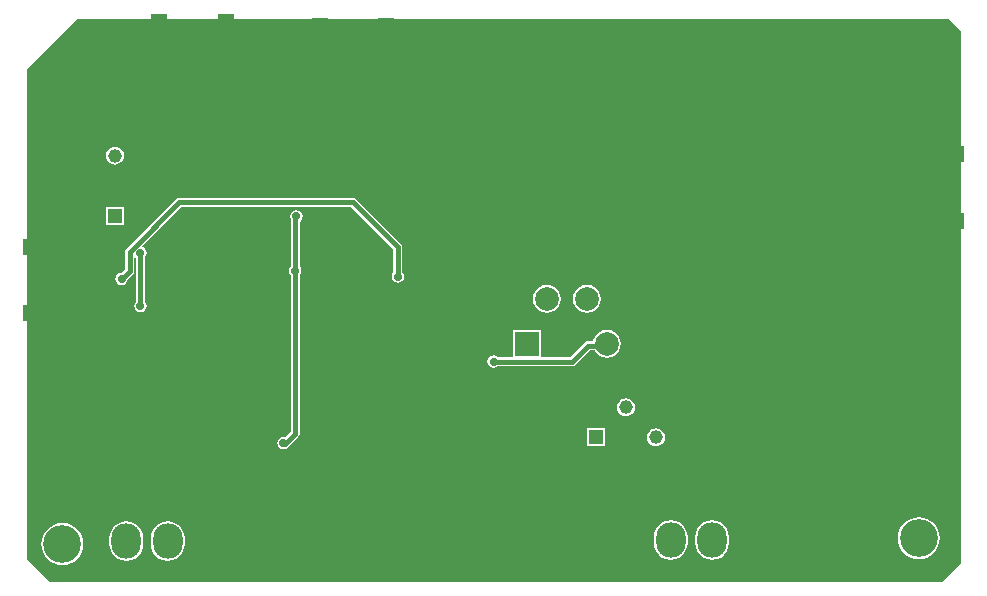
<source format=gbl>
G04*
G04 #@! TF.GenerationSoftware,Altium Limited,Altium Designer,21.6.1 (37)*
G04*
G04 Layer_Physical_Order=2*
G04 Layer_Color=16711680*
%FSLAX44Y44*%
%MOMM*%
G71*
G04*
G04 #@! TF.SameCoordinates,4932F9C6-11AC-4B27-AC6D-AAE507F42B56*
G04*
G04*
G04 #@! TF.FilePolarity,Positive*
G04*
G01*
G75*
%ADD24R,4.2000X1.3500*%
%ADD37R,1.3500X4.2000*%
%ADD70C,0.4000*%
%ADD71C,3.2000*%
%ADD72O,2.5000X3.0000*%
%ADD73R,2.0100X2.0100*%
%ADD74C,2.0100*%
%ADD75C,4.8660*%
%ADD76R,1.1680X1.1680*%
%ADD77C,1.1680*%
%ADD78R,1.1680X1.1680*%
%ADD79C,0.7000*%
G36*
X897451Y360944D02*
Y-89944D01*
X881944Y-105451D01*
X126056D01*
X106549Y-85944D01*
Y328944D01*
X149056Y371451D01*
X886944D01*
X897451Y360944D01*
D02*
G37*
%LPC*%
G36*
X181400Y263005D02*
X179432Y262746D01*
X177598Y261986D01*
X176022Y260778D01*
X174814Y259202D01*
X174054Y257368D01*
X173795Y255400D01*
X174054Y253432D01*
X174814Y251597D01*
X176022Y250022D01*
X177598Y248814D01*
X179432Y248054D01*
X181400Y247795D01*
X183368Y248054D01*
X185203Y248814D01*
X186778Y250022D01*
X187986Y251597D01*
X188746Y253432D01*
X189005Y255400D01*
X188746Y257368D01*
X187986Y259202D01*
X186778Y260778D01*
X185203Y261986D01*
X183368Y262746D01*
X181400Y263005D01*
D02*
G37*
G36*
X188940Y212140D02*
X173860D01*
Y197060D01*
X188940D01*
Y212140D01*
D02*
G37*
G36*
X383000Y219772D02*
X383000Y219772D01*
X235818D01*
X234374Y219485D01*
X233150Y218668D01*
X233150Y218668D01*
X191128Y176646D01*
X190310Y175422D01*
X190023Y173978D01*
X190023Y173978D01*
Y159359D01*
X186959Y156294D01*
X184971Y155898D01*
X183251Y154749D01*
X182102Y153029D01*
X181698Y151000D01*
X182102Y148971D01*
X183251Y147251D01*
X184971Y146102D01*
X187000Y145698D01*
X189029Y146102D01*
X190749Y147251D01*
X191898Y148971D01*
X192294Y150958D01*
X196463Y155128D01*
X197281Y156352D01*
X197568Y157796D01*
Y168431D01*
X198838Y169009D01*
X199228Y168670D01*
Y131714D01*
X198102Y130029D01*
X197698Y128000D01*
X198102Y125971D01*
X199251Y124251D01*
X200971Y123102D01*
X203000Y122698D01*
X205029Y123102D01*
X206749Y124251D01*
X207898Y125971D01*
X208302Y128000D01*
X207898Y130029D01*
X206772Y131714D01*
Y169286D01*
X207898Y170971D01*
X208302Y173000D01*
X207898Y175029D01*
X206749Y176749D01*
X205029Y177898D01*
X204700Y177964D01*
X204332Y179179D01*
X237380Y212227D01*
X381437D01*
X417228Y176437D01*
Y156714D01*
X416102Y155029D01*
X415698Y153000D01*
X416102Y150971D01*
X417251Y149251D01*
X418971Y148102D01*
X421000Y147698D01*
X423029Y148102D01*
X424749Y149251D01*
X425898Y150971D01*
X426302Y153000D01*
X425898Y155029D01*
X424772Y156714D01*
Y178000D01*
X424772Y178000D01*
X424485Y179444D01*
X423668Y180668D01*
X423667Y180668D01*
X385668Y218668D01*
X384444Y219485D01*
X383000Y219772D01*
D02*
G37*
G36*
X581000Y145921D02*
X577933Y145518D01*
X575074Y144334D01*
X572620Y142450D01*
X570736Y139996D01*
X569552Y137137D01*
X569149Y134070D01*
X569552Y131003D01*
X570736Y128144D01*
X572620Y125690D01*
X575074Y123806D01*
X577933Y122622D01*
X581000Y122219D01*
X584067Y122622D01*
X586926Y123806D01*
X589380Y125690D01*
X591264Y128144D01*
X592448Y131003D01*
X592851Y134070D01*
X592448Y137137D01*
X591264Y139996D01*
X589380Y142450D01*
X586926Y144334D01*
X584067Y145518D01*
X581000Y145921D01*
D02*
G37*
G36*
X547000D02*
X543933Y145518D01*
X541074Y144334D01*
X538620Y142450D01*
X536736Y139996D01*
X535552Y137137D01*
X535149Y134070D01*
X535552Y131003D01*
X536736Y128144D01*
X538620Y125690D01*
X541074Y123806D01*
X543933Y122622D01*
X547000Y122219D01*
X550067Y122622D01*
X552926Y123806D01*
X555380Y125690D01*
X557264Y128144D01*
X558447Y131003D01*
X558851Y134070D01*
X558447Y137137D01*
X557264Y139996D01*
X555380Y142450D01*
X552926Y144334D01*
X550067Y145518D01*
X547000Y145921D01*
D02*
G37*
G36*
X598000Y107921D02*
X594933Y107517D01*
X592074Y106334D01*
X589620Y104450D01*
X587736Y101996D01*
X586552Y99137D01*
X586448Y98347D01*
X581950D01*
X581950Y98347D01*
X580506Y98060D01*
X579282Y97242D01*
X579282Y97242D01*
X566813Y84773D01*
X541750D01*
Y107820D01*
X518250D01*
Y84773D01*
X505714D01*
X504029Y85898D01*
X502000Y86302D01*
X499971Y85898D01*
X498251Y84749D01*
X497102Y83029D01*
X496698Y81000D01*
X497102Y78971D01*
X498251Y77251D01*
X499971Y76102D01*
X502000Y75698D01*
X504029Y76102D01*
X505714Y77228D01*
X568375D01*
X568375Y77228D01*
X569819Y77515D01*
X571043Y78332D01*
X583513Y90802D01*
X587464D01*
X587736Y90144D01*
X589620Y87690D01*
X592074Y85806D01*
X594933Y84622D01*
X598000Y84219D01*
X601067Y84622D01*
X603926Y85806D01*
X606380Y87690D01*
X608264Y90144D01*
X609448Y93003D01*
X609851Y96070D01*
X609448Y99137D01*
X608264Y101996D01*
X606380Y104450D01*
X603926Y106334D01*
X601067Y107517D01*
X598000Y107921D01*
D02*
G37*
G36*
X614000Y50005D02*
X612032Y49746D01*
X610197Y48986D01*
X608622Y47778D01*
X607414Y46203D01*
X606654Y44368D01*
X606395Y42400D01*
X606654Y40432D01*
X607414Y38598D01*
X608622Y37022D01*
X610197Y35814D01*
X612032Y35054D01*
X614000Y34795D01*
X615968Y35054D01*
X617803Y35814D01*
X619378Y37022D01*
X620586Y38598D01*
X621346Y40432D01*
X621605Y42400D01*
X621346Y44368D01*
X620586Y46203D01*
X619378Y47778D01*
X617803Y48986D01*
X615968Y49746D01*
X614000Y50005D01*
D02*
G37*
G36*
X335000Y209302D02*
X332971Y208898D01*
X331251Y207749D01*
X330102Y206029D01*
X329698Y204000D01*
X330102Y201971D01*
X330228Y201783D01*
Y161714D01*
X329102Y160029D01*
X328698Y158000D01*
X329102Y155971D01*
X330228Y154286D01*
Y21563D01*
X325640Y16976D01*
X324000Y17302D01*
X321971Y16898D01*
X320251Y15749D01*
X319102Y14029D01*
X318698Y12000D01*
X319102Y9971D01*
X320251Y8251D01*
X321971Y7102D01*
X324000Y6698D01*
X326029Y7102D01*
X327749Y8251D01*
X328077Y8742D01*
X336667Y17332D01*
X336668Y17332D01*
X337485Y18556D01*
X337772Y20000D01*
Y154286D01*
X338898Y155971D01*
X339302Y158000D01*
X338898Y160029D01*
X337772Y161714D01*
Y199599D01*
X338749Y200251D01*
X339898Y201971D01*
X340302Y204000D01*
X339898Y206029D01*
X338749Y207749D01*
X337029Y208898D01*
X335000Y209302D01*
D02*
G37*
G36*
X596140Y24540D02*
X581060D01*
Y9460D01*
X596140D01*
Y24540D01*
D02*
G37*
G36*
X639400Y24605D02*
X637432Y24346D01*
X635597Y23586D01*
X634022Y22378D01*
X632814Y20803D01*
X632054Y18968D01*
X631795Y17000D01*
X632054Y15032D01*
X632814Y13197D01*
X634022Y11622D01*
X635597Y10414D01*
X637432Y9654D01*
X639400Y9395D01*
X641368Y9654D01*
X643203Y10414D01*
X644778Y11622D01*
X645986Y13197D01*
X646746Y15032D01*
X647005Y17000D01*
X646746Y18968D01*
X645986Y20803D01*
X644778Y22378D01*
X643203Y23586D01*
X641368Y24346D01*
X639400Y24605D01*
D02*
G37*
G36*
X862000Y-50714D02*
X858530Y-51056D01*
X855194Y-52068D01*
X852119Y-53712D01*
X849424Y-55924D01*
X847212Y-58619D01*
X845568Y-61694D01*
X844556Y-65030D01*
X844214Y-68500D01*
X844556Y-71970D01*
X845568Y-75306D01*
X847212Y-78381D01*
X849424Y-81076D01*
X852119Y-83288D01*
X855194Y-84932D01*
X858530Y-85944D01*
X862000Y-86286D01*
X865470Y-85944D01*
X868806Y-84932D01*
X871881Y-83288D01*
X874576Y-81076D01*
X876788Y-78381D01*
X878432Y-75306D01*
X879444Y-71970D01*
X879786Y-68500D01*
X879444Y-65030D01*
X878432Y-61694D01*
X876788Y-58619D01*
X874576Y-55924D01*
X871881Y-53712D01*
X868806Y-52068D01*
X865470Y-51056D01*
X862000Y-50714D01*
D02*
G37*
G36*
X687000Y-53177D02*
X683293Y-53665D01*
X679839Y-55096D01*
X676872Y-57372D01*
X674596Y-60339D01*
X673166Y-63793D01*
X672678Y-67500D01*
Y-72500D01*
X673166Y-76207D01*
X674596Y-79661D01*
X676872Y-82628D01*
X679839Y-84904D01*
X683293Y-86334D01*
X687000Y-86823D01*
X690707Y-86334D01*
X694161Y-84904D01*
X697128Y-82628D01*
X699404Y-79661D01*
X700835Y-76207D01*
X701322Y-72500D01*
Y-67500D01*
X700835Y-63793D01*
X699404Y-60339D01*
X697128Y-57372D01*
X694161Y-55096D01*
X690707Y-53665D01*
X687000Y-53177D01*
D02*
G37*
G36*
X652000D02*
X648293Y-53665D01*
X644839Y-55096D01*
X641872Y-57372D01*
X639596Y-60339D01*
X638166Y-63793D01*
X637677Y-67500D01*
Y-72500D01*
X638166Y-76207D01*
X639596Y-79661D01*
X641872Y-82628D01*
X644839Y-84904D01*
X648293Y-86334D01*
X652000Y-86823D01*
X655707Y-86334D01*
X659161Y-84904D01*
X662128Y-82628D01*
X664404Y-79661D01*
X665835Y-76207D01*
X666322Y-72500D01*
Y-67500D01*
X665835Y-63793D01*
X664404Y-60339D01*
X662128Y-57372D01*
X659161Y-55096D01*
X655707Y-53665D01*
X652000Y-53177D01*
D02*
G37*
G36*
X226000Y-54177D02*
X222293Y-54665D01*
X218839Y-56096D01*
X215872Y-58373D01*
X213596Y-61339D01*
X212166Y-64793D01*
X211677Y-68500D01*
Y-73500D01*
X212166Y-77207D01*
X213596Y-80661D01*
X215872Y-83628D01*
X218839Y-85904D01*
X222293Y-87334D01*
X226000Y-87823D01*
X229707Y-87334D01*
X233161Y-85904D01*
X236128Y-83628D01*
X238404Y-80661D01*
X239834Y-77207D01*
X240322Y-73500D01*
Y-68500D01*
X239834Y-64793D01*
X238404Y-61339D01*
X236128Y-58373D01*
X233161Y-56096D01*
X229707Y-54665D01*
X226000Y-54177D01*
D02*
G37*
G36*
X191000D02*
X187293Y-54665D01*
X183839Y-56096D01*
X180872Y-58373D01*
X178596Y-61339D01*
X177166Y-64793D01*
X176677Y-68500D01*
Y-73500D01*
X177166Y-77207D01*
X178596Y-80661D01*
X180872Y-83628D01*
X183839Y-85904D01*
X187293Y-87334D01*
X191000Y-87823D01*
X194707Y-87334D01*
X198161Y-85904D01*
X201128Y-83628D01*
X203404Y-80661D01*
X204834Y-77207D01*
X205322Y-73500D01*
Y-68500D01*
X204834Y-64793D01*
X203404Y-61339D01*
X201128Y-58373D01*
X198161Y-56096D01*
X194707Y-54665D01*
X191000Y-54177D01*
D02*
G37*
G36*
X137000Y-55714D02*
X133530Y-56056D01*
X130194Y-57068D01*
X127119Y-58712D01*
X124424Y-60924D01*
X122212Y-63619D01*
X120568Y-66694D01*
X119556Y-70030D01*
X119214Y-73500D01*
X119556Y-76970D01*
X120568Y-80306D01*
X122212Y-83381D01*
X124424Y-86076D01*
X127119Y-88288D01*
X130194Y-89932D01*
X133530Y-90944D01*
X137000Y-91286D01*
X140470Y-90944D01*
X143806Y-89932D01*
X146881Y-88288D01*
X149576Y-86076D01*
X151788Y-83381D01*
X153432Y-80306D01*
X154444Y-76970D01*
X154786Y-73500D01*
X154444Y-70030D01*
X153432Y-66694D01*
X151788Y-63619D01*
X149576Y-60924D01*
X146881Y-58712D01*
X143806Y-57068D01*
X140470Y-56056D01*
X137000Y-55714D01*
D02*
G37*
%LPD*%
D24*
X879000Y256500D02*
D03*
Y200000D02*
D03*
X125000Y178250D02*
D03*
Y121750D02*
D03*
D37*
X411250Y351000D02*
D03*
X354750D02*
D03*
X275250Y354000D02*
D03*
X218750D02*
D03*
D70*
X357750Y352250D02*
X412250D01*
X218750D02*
X276000D01*
X277000Y302250D02*
X339750D01*
X167000Y179250D02*
Y265000D01*
X148000Y127000D02*
Y178250D01*
X146000Y122000D02*
X166000D01*
X145000D02*
X146000D01*
X142000Y121000D02*
X148000Y127000D01*
X325000Y11000D02*
X334000Y20000D01*
X597575Y94574D02*
X599000Y96000D01*
X502000Y81000D02*
X568375D01*
X581950Y94574D01*
X597575D01*
X421000Y153000D02*
Y178000D01*
X383000Y216000D02*
X421000Y178000D01*
X235818Y216000D02*
X383000D01*
X193796Y173978D02*
X235818Y216000D01*
X193796Y157796D02*
Y173978D01*
X187000Y151000D02*
X193796Y157796D01*
X206750Y304750D02*
X219750D01*
X166000Y122000D02*
X233000Y55000D01*
X167000Y265000D02*
X206750Y304750D01*
X233000Y55000D02*
X265000D01*
X276000Y354000D02*
X277000Y353000D01*
X412000Y352000D02*
X412250Y352250D01*
X334000Y20000D02*
Y158000D01*
Y203000D02*
X335000Y204000D01*
X334000Y158000D02*
Y203000D01*
X203000Y128000D02*
Y173000D01*
D71*
X873000Y347500D02*
D03*
X862000Y-68500D02*
D03*
X137000Y-73500D02*
D03*
X148000Y335000D02*
D03*
D72*
X261000Y-71000D02*
D03*
X226000D02*
D03*
X191000D02*
D03*
X617000Y-70000D02*
D03*
X652000D02*
D03*
X687000D02*
D03*
D73*
X530000Y96070D02*
D03*
D74*
X547000Y134070D02*
D03*
X564000Y96070D02*
D03*
X581000Y134070D02*
D03*
X598000Y96070D02*
D03*
D75*
X564000Y283070D02*
D03*
D76*
X588600Y17000D02*
D03*
D77*
X639400D02*
D03*
X614000Y42400D02*
D03*
X181400Y255400D02*
D03*
X156000Y230000D02*
D03*
D78*
X181400Y204600D02*
D03*
D79*
X324000Y12000D02*
D03*
X866000Y306000D02*
D03*
X886000Y266000D02*
D03*
Y186000D02*
D03*
X866000Y146000D02*
D03*
X886000Y106000D02*
D03*
X866000Y66000D02*
D03*
X886000Y26000D02*
D03*
X866000Y-14000D02*
D03*
X886000Y-54000D02*
D03*
X866000Y-94000D02*
D03*
X846000Y346000D02*
D03*
X826000Y306000D02*
D03*
X846000Y266000D02*
D03*
Y186000D02*
D03*
X826000Y146000D02*
D03*
X846000Y106000D02*
D03*
X826000Y66000D02*
D03*
X846000Y26000D02*
D03*
X826000Y-14000D02*
D03*
X846000Y-54000D02*
D03*
X826000Y-94000D02*
D03*
X806000Y346000D02*
D03*
X786000Y306000D02*
D03*
X806000Y266000D02*
D03*
X786000Y226000D02*
D03*
X806000Y186000D02*
D03*
X786000Y146000D02*
D03*
X806000Y106000D02*
D03*
X786000Y66000D02*
D03*
X806000Y26000D02*
D03*
X786000Y-14000D02*
D03*
X806000Y-54000D02*
D03*
X766000Y346000D02*
D03*
X746000Y306000D02*
D03*
Y226000D02*
D03*
X766000Y186000D02*
D03*
X746000Y146000D02*
D03*
X766000Y106000D02*
D03*
X746000Y66000D02*
D03*
X766000Y26000D02*
D03*
X746000Y-14000D02*
D03*
X766000Y-54000D02*
D03*
X746000Y-94000D02*
D03*
X706000Y306000D02*
D03*
X726000Y266000D02*
D03*
X706000Y226000D02*
D03*
Y146000D02*
D03*
X726000Y106000D02*
D03*
X706000Y66000D02*
D03*
X726000Y26000D02*
D03*
X706000Y-14000D02*
D03*
Y-94000D02*
D03*
X686000Y346000D02*
D03*
X666000Y306000D02*
D03*
X686000Y266000D02*
D03*
X666000Y226000D02*
D03*
X686000Y186000D02*
D03*
X666000Y-14000D02*
D03*
Y-94000D02*
D03*
X646000Y346000D02*
D03*
X626000Y306000D02*
D03*
X646000Y266000D02*
D03*
X626000Y226000D02*
D03*
X646000Y186000D02*
D03*
Y106000D02*
D03*
Y26000D02*
D03*
X626000Y-14000D02*
D03*
Y-94000D02*
D03*
X606000Y346000D02*
D03*
X586000Y306000D02*
D03*
X606000Y266000D02*
D03*
X586000Y226000D02*
D03*
X606000Y186000D02*
D03*
X586000Y66000D02*
D03*
X606000Y26000D02*
D03*
X586000Y-14000D02*
D03*
X606000Y-54000D02*
D03*
X586000Y-94000D02*
D03*
X566000Y346000D02*
D03*
X546000Y306000D02*
D03*
Y226000D02*
D03*
X566000Y186000D02*
D03*
Y26000D02*
D03*
X546000Y-14000D02*
D03*
X566000Y-54000D02*
D03*
X546000Y-94000D02*
D03*
X526000Y346000D02*
D03*
X506000Y306000D02*
D03*
X526000Y266000D02*
D03*
X506000Y226000D02*
D03*
X526000Y186000D02*
D03*
X506000Y146000D02*
D03*
Y66000D02*
D03*
Y-14000D02*
D03*
X526000Y-54000D02*
D03*
X506000Y-94000D02*
D03*
X486000Y346000D02*
D03*
X466000Y306000D02*
D03*
X486000Y266000D02*
D03*
X466000Y226000D02*
D03*
X486000Y186000D02*
D03*
X466000Y146000D02*
D03*
X486000Y26000D02*
D03*
X466000Y-14000D02*
D03*
X486000Y-54000D02*
D03*
X466000Y-94000D02*
D03*
X446000Y346000D02*
D03*
X426000Y306000D02*
D03*
X446000Y266000D02*
D03*
X426000Y226000D02*
D03*
X446000Y186000D02*
D03*
X426000Y66000D02*
D03*
X446000Y26000D02*
D03*
X426000Y-14000D02*
D03*
X446000Y-54000D02*
D03*
X426000Y-94000D02*
D03*
X406000Y346000D02*
D03*
X386000Y306000D02*
D03*
X406000Y266000D02*
D03*
X386000Y226000D02*
D03*
Y146000D02*
D03*
Y66000D02*
D03*
X406000Y26000D02*
D03*
X386000Y-14000D02*
D03*
X406000Y-54000D02*
D03*
X386000Y-94000D02*
D03*
X366000Y346000D02*
D03*
X346000Y306000D02*
D03*
Y226000D02*
D03*
Y66000D02*
D03*
X366000Y26000D02*
D03*
X346000Y-14000D02*
D03*
X366000Y-54000D02*
D03*
X326000Y346000D02*
D03*
X306000Y306000D02*
D03*
X326000Y266000D02*
D03*
X306000Y226000D02*
D03*
Y66000D02*
D03*
Y-14000D02*
D03*
X326000Y-54000D02*
D03*
X306000Y-94000D02*
D03*
X286000Y346000D02*
D03*
X266000Y306000D02*
D03*
X286000Y266000D02*
D03*
X266000Y226000D02*
D03*
Y66000D02*
D03*
X286000Y26000D02*
D03*
X266000Y-14000D02*
D03*
X286000Y-54000D02*
D03*
X266000Y-94000D02*
D03*
X226000Y306000D02*
D03*
X246000Y106000D02*
D03*
Y26000D02*
D03*
X226000Y-14000D02*
D03*
X246000Y-54000D02*
D03*
X226000Y-94000D02*
D03*
X206000Y346000D02*
D03*
X186000Y306000D02*
D03*
X206000Y266000D02*
D03*
X186000Y226000D02*
D03*
X206000Y106000D02*
D03*
X186000Y66000D02*
D03*
X206000Y-54000D02*
D03*
X186000Y-94000D02*
D03*
X146000Y306000D02*
D03*
X166000Y266000D02*
D03*
X146000Y226000D02*
D03*
X166000Y186000D02*
D03*
Y106000D02*
D03*
X146000Y66000D02*
D03*
X166000Y26000D02*
D03*
X146000Y-14000D02*
D03*
X166000Y-54000D02*
D03*
X146000Y-94000D02*
D03*
X502000Y81000D02*
D03*
X421000Y153000D02*
D03*
X334000Y158000D02*
D03*
X187000Y151000D02*
D03*
X265000Y55000D02*
D03*
X146000Y122000D02*
D03*
Y178000D02*
D03*
X218750Y354750D02*
D03*
X276000Y354000D02*
D03*
X412250Y352250D02*
D03*
X355750Y351250D02*
D03*
X335000Y204000D02*
D03*
X203000Y128000D02*
D03*
Y173000D02*
D03*
M02*

</source>
